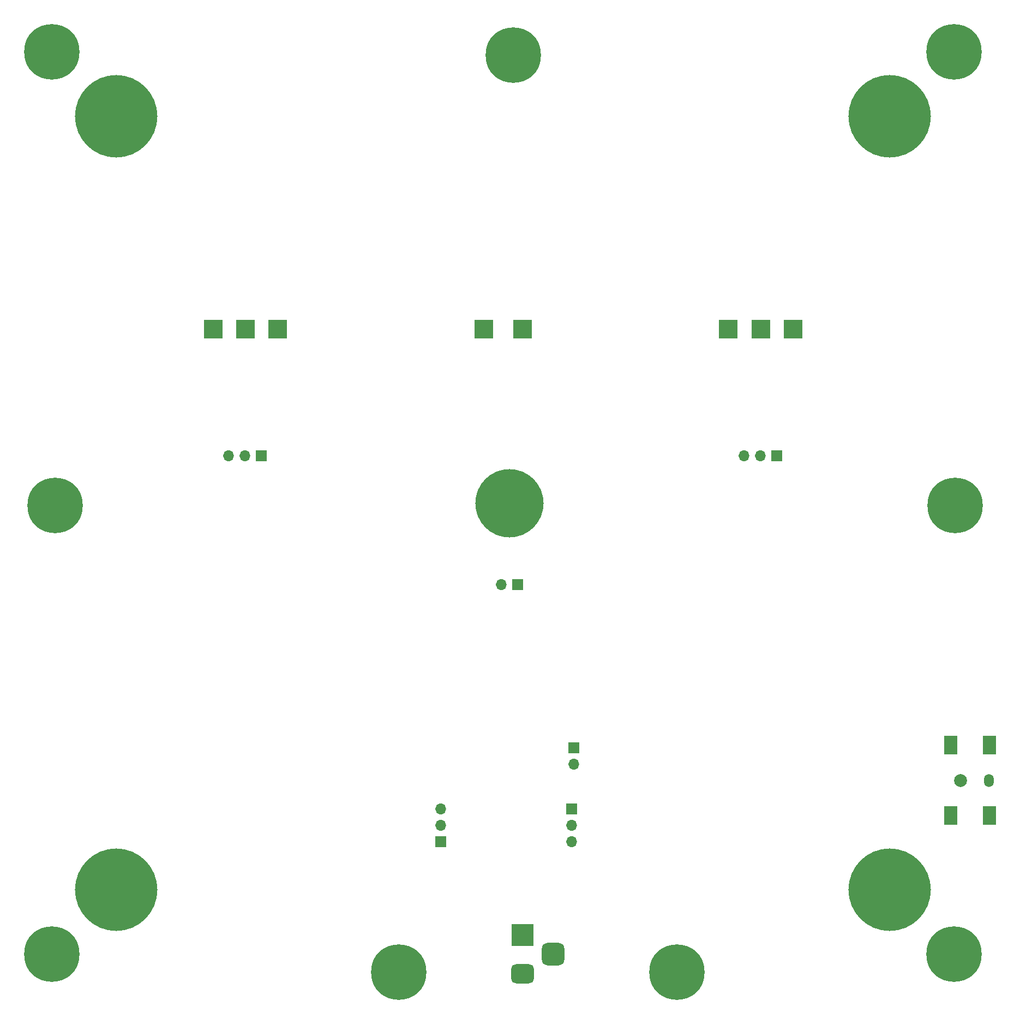
<source format=gts>
G04 #@! TF.GenerationSoftware,KiCad,Pcbnew,7.0.9-1.fc39*
G04 #@! TF.CreationDate,2023-12-29T09:38:10-05:00*
G04 #@! TF.ProjectId,SYSMATT-WS2812-MATRIX-CARRIER,5359534d-4154-4542-9d57-53323831322d,rev?*
G04 #@! TF.SameCoordinates,Original*
G04 #@! TF.FileFunction,Soldermask,Top*
G04 #@! TF.FilePolarity,Negative*
%FSLAX46Y46*%
G04 Gerber Fmt 4.6, Leading zero omitted, Abs format (unit mm)*
G04 Created by KiCad (PCBNEW 7.0.9-1.fc39) date 2023-12-29 09:38:10*
%MOMM*%
%LPD*%
G01*
G04 APERTURE LIST*
G04 Aperture macros list*
%AMRoundRect*
0 Rectangle with rounded corners*
0 $1 Rounding radius*
0 $2 $3 $4 $5 $6 $7 $8 $9 X,Y pos of 4 corners*
0 Add a 4 corners polygon primitive as box body*
4,1,4,$2,$3,$4,$5,$6,$7,$8,$9,$2,$3,0*
0 Add four circle primitives for the rounded corners*
1,1,$1+$1,$2,$3*
1,1,$1+$1,$4,$5*
1,1,$1+$1,$6,$7*
1,1,$1+$1,$8,$9*
0 Add four rect primitives between the rounded corners*
20,1,$1+$1,$2,$3,$4,$5,0*
20,1,$1+$1,$4,$5,$6,$7,0*
20,1,$1+$1,$6,$7,$8,$9,0*
20,1,$1+$1,$8,$9,$2,$3,0*%
G04 Aperture macros list end*
%ADD10C,8.600000*%
%ADD11C,12.800000*%
%ADD12R,3.000000X3.000000*%
%ADD13R,3.500000X3.500000*%
%ADD14RoundRect,0.750000X1.000000X-0.750000X1.000000X0.750000X-1.000000X0.750000X-1.000000X-0.750000X0*%
%ADD15RoundRect,0.875000X0.875000X-0.875000X0.875000X0.875000X-0.875000X0.875000X-0.875000X-0.875000X0*%
%ADD16R,1.700000X1.700000*%
%ADD17O,1.700000X1.700000*%
%ADD18O,1.500000X2.000000*%
%ADD19C,2.000000*%
%ADD20R,2.000000X3.000000*%
%ADD21C,10.600000*%
G04 APERTURE END LIST*
D10*
X127000000Y-172720000D03*
X83820000Y-172720000D03*
X101600000Y-30480000D03*
X30480000Y-100330000D03*
X170180000Y-100330000D03*
D11*
X160000000Y-40000000D03*
D12*
X55000000Y-73000000D03*
X135000000Y-73000000D03*
D13*
X103042500Y-167000000D03*
D14*
X103042500Y-173000000D03*
D15*
X107742500Y-170000000D03*
D16*
X111000000Y-138000000D03*
D17*
X111000000Y-140540000D03*
D16*
X142525000Y-92625000D03*
D17*
X139985000Y-92625000D03*
X137445000Y-92625000D03*
D12*
X103000000Y-73000000D03*
D16*
X90375000Y-152525000D03*
D17*
X90375000Y-149985000D03*
X90375000Y-147445000D03*
D16*
X62525000Y-92625000D03*
D17*
X59985000Y-92625000D03*
X57445000Y-92625000D03*
D11*
X40000000Y-40000000D03*
D10*
X170000000Y-170000000D03*
D18*
X175400000Y-143000000D03*
D19*
X171000000Y-143000000D03*
D20*
X175500000Y-148500000D03*
X169500000Y-148500000D03*
X169500000Y-137500000D03*
X175500000Y-137500000D03*
D16*
X102275000Y-112625000D03*
D17*
X99735000Y-112625000D03*
D10*
X170000000Y-30000000D03*
D21*
X101000000Y-100000000D03*
D12*
X65000000Y-73000000D03*
D11*
X160000000Y-160000000D03*
D12*
X97000000Y-73000000D03*
D10*
X30000000Y-170000000D03*
D12*
X60000000Y-73000000D03*
X140000000Y-73000000D03*
D10*
X30000000Y-30000000D03*
D12*
X145000000Y-73000000D03*
D16*
X110625000Y-147475000D03*
D17*
X110625000Y-150015000D03*
X110625000Y-152555000D03*
D11*
X40000000Y-160000000D03*
M02*

</source>
